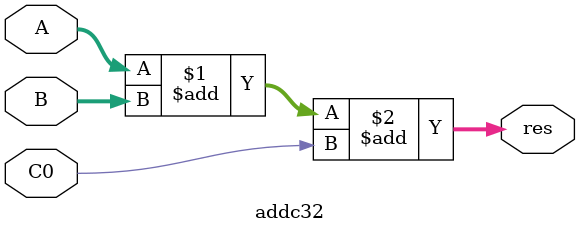
<source format=v>
`timescale 1ns / 1ps

module addc32 (
   A,
   B,
   C0,
   res
);
   input [31:0] A, B;
   input C0;
   output [32:0] res;
   assign res = A + B + C0;
endmodule


</source>
